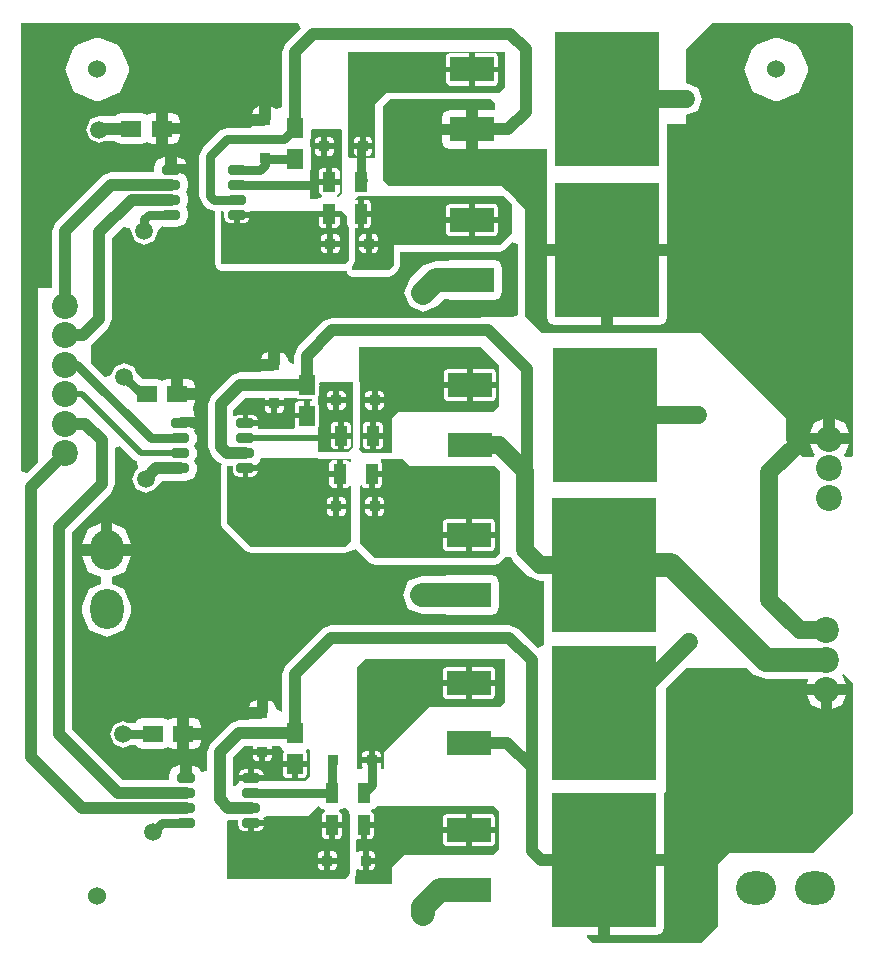
<source format=gtl>
G04 Layer_Physical_Order=1*
G04 Layer_Color=255*
%FSLAX44Y44*%
%MOMM*%
G71*
G01*
G75*
%ADD10R,1.7500X1.3500*%
%ADD11R,1.3500X1.7500*%
%ADD12R,0.9500X0.9500*%
G04:AMPARAMS|DCode=13|XSize=0.802mm|YSize=1.505mm|CornerRadius=0.2005mm|HoleSize=0mm|Usage=FLASHONLY|Rotation=90.000|XOffset=0mm|YOffset=0mm|HoleType=Round|Shape=RoundedRectangle|*
%AMROUNDEDRECTD13*
21,1,0.8020,1.1040,0,0,90.0*
21,1,0.4010,1.5050,0,0,90.0*
1,1,0.4010,0.5520,0.2005*
1,1,0.4010,0.5520,-0.2005*
1,1,0.4010,-0.5520,-0.2005*
1,1,0.4010,-0.5520,0.2005*
%
%ADD13ROUNDEDRECTD13*%
%ADD14R,0.9500X0.9500*%
%ADD15R,1.1000X1.7000*%
%ADD16R,8.8900X11.4300*%
%ADD17R,3.8100X2.0800*%
%ADD18C,0.7500*%
%ADD19C,1.0000*%
%ADD20C,2.0000*%
%ADD21C,1.5000*%
%ADD22C,0.5000*%
%ADD23O,3.4000X2.8000*%
%ADD24O,2.8000X3.4000*%
%ADD25C,2.2000*%
%ADD26C,1.5240*%
%ADD27C,1.5000*%
G36*
X243454Y471954D02*
X245750Y471003D01*
X256588D01*
Y468997D01*
X255000D01*
Y457000D01*
X252500D01*
Y454500D01*
X242503D01*
Y448250D01*
X242984Y447088D01*
X242136Y445818D01*
X211633D01*
X210927Y446874D01*
X211352Y447900D01*
X200620D01*
Y450400D01*
X198120D01*
Y457822D01*
X195100D01*
X191269Y456236D01*
X191246Y456178D01*
X190000Y456426D01*
Y461693D01*
X200483Y472176D01*
X216945D01*
X217003Y472090D01*
Y469840D01*
X225000D01*
X232997D01*
Y472090D01*
X233055Y472176D01*
X243362D01*
X243454Y471954D01*
D02*
G37*
G36*
X420000Y214000D02*
X416000Y210000D01*
X356000D01*
X318000Y172000D01*
X318000Y158000D01*
X315708D01*
X315003Y159056D01*
X315497Y160250D01*
Y162500D01*
X307500D01*
X299503D01*
Y160250D01*
X299997Y159056D01*
X299292Y158000D01*
X295000D01*
X295000Y244000D01*
X302000Y251000D01*
X420000D01*
Y214000D01*
D02*
G37*
G36*
X263908Y124408D02*
X267756Y122814D01*
Y121439D01*
X266204Y120796D01*
X265253Y118500D01*
Y112500D01*
X274000D01*
Y110000D01*
D01*
Y112500D01*
X282747D01*
Y118500D01*
X281796Y120796D01*
X280244Y121439D01*
Y122814D01*
X284092Y124408D01*
X284094Y124412D01*
X285340Y124660D01*
X288706Y121294D01*
Y120634D01*
X289000Y119924D01*
Y97561D01*
Y87663D01*
Y72337D01*
X289000Y72337D01*
X289000D01*
Y70076D01*
X288239Y68239D01*
X285000Y65000D01*
X185000D01*
Y113508D01*
X186000Y114176D01*
X194683D01*
Y110295D01*
X196269Y106464D01*
X200100Y104878D01*
X203120D01*
Y112300D01*
X205620D01*
Y114176D01*
X205993Y114330D01*
X211140D01*
X212275Y114800D01*
X216352D01*
X215755Y116242D01*
X217267Y116868D01*
X217736Y118000D01*
X254000Y118000D01*
X262000Y126000D01*
X263248D01*
X263908Y124408D01*
D02*
G37*
G36*
X340000Y414000D02*
X412000D01*
X416000Y410000D01*
Y340000D01*
X412000Y336000D01*
X310000D01*
X298000Y348000D01*
Y397499D01*
X299270Y397752D01*
X299704Y396704D01*
X302000Y395753D01*
X305000D01*
Y407500D01*
X307500D01*
Y410000D01*
X316247D01*
Y416000D01*
X315296Y418296D01*
X315136Y419737D01*
X315183Y419784D01*
X315771Y420000D01*
X334000D01*
X340000Y414000D01*
D02*
G37*
G36*
X415000Y122000D02*
Y90000D01*
X410000Y85000D01*
X335000D01*
X325000Y75000D01*
Y60000D01*
X293000D01*
Y65929D01*
X293239Y66168D01*
X294000Y68005D01*
Y69082D01*
X294412Y70076D01*
Y72337D01*
X294412Y72337D01*
X295682Y72859D01*
X297750Y72003D01*
X300000D01*
Y80000D01*
Y87997D01*
X297750D01*
X295682Y87141D01*
X294412Y87663D01*
Y97329D01*
X295079Y98006D01*
X295468Y98266D01*
X295500Y98253D01*
X298500D01*
Y110000D01*
X301000D01*
Y112500D01*
X309747D01*
Y118500D01*
X308796Y120796D01*
X307244Y121439D01*
Y122814D01*
X311092Y124408D01*
X311752Y126000D01*
X411000D01*
X415000Y122000D01*
D02*
G37*
G36*
X426000Y636000D02*
Y611000D01*
X416000Y601000D01*
X326000D01*
Y584000D01*
X322000Y580000D01*
X291000D01*
Y583346D01*
X291827Y584173D01*
X293412Y588000D01*
X293412Y588000D01*
Y615753D01*
X296000D01*
Y627500D01*
Y639247D01*
X294043D01*
X293517Y640517D01*
X296000Y643000D01*
X419000D01*
X426000Y636000D01*
D02*
G37*
G36*
X714588Y786412D02*
Y423588D01*
X713000Y422000D01*
X708383D01*
X707449Y424256D01*
X708011Y424489D01*
X711330Y432500D01*
X695000D01*
X678670D01*
X681989Y424489D01*
X682551Y424256D01*
X681617Y422000D01*
X672000D01*
X658000Y436000D01*
Y455000D01*
X586000Y527000D01*
X451000D01*
X437000Y541000D01*
Y632000D01*
X430289Y638711D01*
X429827Y639827D01*
X429827Y639827D01*
X422827Y646827D01*
X421711Y647289D01*
X418000Y651000D01*
X322000D01*
X317000Y656000D01*
Y719000D01*
X322588Y724588D01*
X408412D01*
X412000Y721000D01*
Y716395D01*
X411550Y716094D01*
X397500D01*
Y699200D01*
Y682306D01*
X408873D01*
X409000Y682000D01*
X409306Y682306D01*
X455756D01*
Y667450D01*
Y654250D01*
Y645000D01*
Y602100D01*
X506700D01*
X557644D01*
Y654250D01*
Y659644D01*
Y667450D01*
Y704000D01*
X574000D01*
Y711236D01*
X583167Y715033D01*
X583567Y715433D01*
X587530Y725000D01*
X583567Y734567D01*
X574000Y738530D01*
Y767000D01*
X596588Y789588D01*
X711412D01*
X714588Y786412D01*
D02*
G37*
G36*
X231158Y174658D02*
X232748Y173999D01*
X233202Y172437D01*
X232503Y170750D01*
Y164500D01*
X242500D01*
X252497D01*
Y170750D01*
X251798Y172437D01*
X252252Y173999D01*
X253730Y174611D01*
X255000Y174156D01*
Y151000D01*
X251171Y147171D01*
X217193D01*
X216706Y147900D01*
X212275D01*
X211140Y148370D01*
X205620D01*
X200100D01*
X198965Y147900D01*
X194888D01*
X195485Y146458D01*
X193973Y145832D01*
X192800Y143000D01*
X190000D01*
Y167693D01*
X199483Y177176D01*
X206945D01*
X207003Y177090D01*
Y174840D01*
X215000D01*
X222997D01*
Y177090D01*
X223055Y177176D01*
X230115D01*
X231158Y174658D01*
D02*
G37*
G36*
X280929Y699998D02*
X281685Y699685D01*
X282000Y698923D01*
Y676588D01*
X282000Y676588D01*
X282000Y676588D01*
Y645000D01*
X278892Y641892D01*
X277744Y642367D01*
Y643561D01*
X279296Y644204D01*
X280247Y646500D01*
Y652500D01*
X271500D01*
X262753D01*
Y646500D01*
X263704Y644204D01*
X265256Y643561D01*
Y642186D01*
X261408Y640592D01*
X261162Y640000D01*
X255000D01*
Y663953D01*
X255744Y665750D01*
Y683250D01*
X255000Y685047D01*
Y689953D01*
X255744Y691750D01*
Y698744D01*
X257000Y700000D01*
X280927D01*
X280929Y699998D01*
D02*
G37*
G36*
X286506Y625494D02*
Y619000D01*
X288000Y615392D01*
Y589076D01*
X287239Y587239D01*
X285000Y585000D01*
X180000D01*
Y630000D01*
X181585D01*
X182183Y629105D01*
Y625095D01*
X183769Y621264D01*
X187600Y619678D01*
X190620D01*
Y627100D01*
X193120D01*
Y629130D01*
X198640D01*
X199775Y629600D01*
X204388D01*
X204655Y630000D01*
X262753D01*
Y630000D01*
X271500D01*
X280247D01*
Y630000D01*
X282000D01*
X286506Y625494D01*
D02*
G37*
G36*
X263000Y420588D02*
X263000Y420588D01*
X288000D01*
X288000Y420588D01*
X288730Y420890D01*
X290000Y420346D01*
Y417501D01*
X288730Y417248D01*
X288296Y418296D01*
X286000Y419247D01*
X283000D01*
Y407500D01*
Y395753D01*
X286000D01*
X288296Y396704D01*
X288730Y397752D01*
X290000Y397499D01*
Y351000D01*
X285000Y346000D01*
X205000D01*
X185000Y366000D01*
Y414176D01*
X189683D01*
Y410295D01*
X191269Y406464D01*
X195100Y404878D01*
X198120D01*
Y412300D01*
X200620D01*
Y414176D01*
X200993Y414330D01*
X206140D01*
X207275Y414800D01*
X211352D01*
X210755Y416242D01*
X212267Y416868D01*
X213978Y421000D01*
X262005D01*
X263000Y420588D01*
D02*
G37*
G36*
X415000Y500000D02*
Y465000D01*
X410000Y460000D01*
X330000D01*
X325000Y455000D01*
Y425412D01*
X314501D01*
X313507Y425000D01*
X300000D01*
X297000Y428000D01*
Y429005D01*
X297412Y430000D01*
X297412Y430000D01*
Y485000D01*
X297000Y485995D01*
Y515000D01*
X400000D01*
X415000Y500000D01*
D02*
G37*
G36*
X292000Y430000D02*
X288000Y426000D01*
X263000D01*
X262000Y427000D01*
Y447050D01*
X262497Y448250D01*
Y465750D01*
X262000Y466950D01*
Y473050D01*
X262497Y474250D01*
Y481004D01*
X263324Y483000D01*
X263022Y483730D01*
X263870Y485000D01*
X292000D01*
Y430000D01*
D02*
G37*
G36*
X629520Y238519D02*
X641000Y233764D01*
X676587D01*
X677292Y232708D01*
X676170Y230000D01*
X692500D01*
X708830D01*
X705736Y237467D01*
X706813Y238187D01*
X714588Y230412D01*
Y120588D01*
X681000Y87000D01*
X611000D01*
X601000Y77000D01*
Y25000D01*
X586412Y10412D01*
X494588D01*
X489514Y15486D01*
X490040Y16756D01*
X499200D01*
Y80400D01*
X504200D01*
Y85400D01*
X555144D01*
Y137550D01*
X555445Y138000D01*
X557000D01*
Y226000D01*
X574000Y243000D01*
X625039D01*
X629520Y238519D01*
D02*
G37*
G36*
X420000Y735000D02*
X415000Y730000D01*
X408412D01*
X408412Y730000D01*
X408412Y730000D01*
X320000D01*
X310000Y720000D01*
Y675000D01*
X289000Y675000D01*
X287412Y676588D01*
X287412Y677858D01*
Y765000D01*
X420000D01*
Y735000D01*
D02*
G37*
G36*
X247281Y784588D02*
X234846Y772154D01*
X231676Y764500D01*
Y718238D01*
X226842Y716842D01*
X222500Y718641D01*
Y707500D01*
X217500D01*
Y702500D01*
X206089D01*
X204733Y700471D01*
X185000D01*
X185000Y700471D01*
X178303Y697697D01*
X164303Y683697D01*
X161529Y677000D01*
X161529Y677000D01*
Y643000D01*
X161529Y643000D01*
X164303Y636303D01*
X167503Y633103D01*
X167503Y633103D01*
X174200Y630329D01*
X174368D01*
X174588Y630000D01*
Y585000D01*
X176173Y581173D01*
X180000Y579588D01*
X285000D01*
X285648Y579856D01*
X287173Y576173D01*
X291000Y574588D01*
X322000D01*
X322000Y574588D01*
X325827Y576173D01*
X325827Y576173D01*
X329827Y580173D01*
X331412Y584000D01*
X331412Y584000D01*
Y595588D01*
X416000D01*
X416000Y595588D01*
X419827Y597173D01*
X419827Y597173D01*
X426588Y603934D01*
X431588Y601863D01*
Y542076D01*
X427067Y540014D01*
X427002Y540000D01*
X400000D01*
X399824Y539824D01*
X274000D01*
X266346Y536654D01*
X244846Y515154D01*
X241676Y507500D01*
Y501363D01*
X241244Y501024D01*
X236244Y503456D01*
Y504750D01*
X234342Y509342D01*
X230000Y511141D01*
Y500000D01*
X225000D01*
Y495000D01*
X213589D01*
X212803Y493824D01*
X196000D01*
X188346Y490654D01*
X172346Y474654D01*
X169176Y467000D01*
Y430000D01*
X172346Y422346D01*
X177346Y417346D01*
X180381Y416090D01*
X179588Y414176D01*
Y366000D01*
X179588Y366000D01*
X181173Y362173D01*
X181173Y362173D01*
X201173Y342173D01*
X205000Y340588D01*
X205000Y340588D01*
X285000D01*
X288827Y342173D01*
X288827Y342173D01*
X289366Y342713D01*
X294173Y344173D01*
X306173Y332173D01*
X310000Y330588D01*
X310000Y330588D01*
X412000D01*
X412000Y330588D01*
X415827Y332173D01*
X415827Y332173D01*
X419827Y336173D01*
X420356Y337452D01*
X425768D01*
X427433Y333433D01*
X440033Y320833D01*
X449600Y316870D01*
X453256D01*
Y279824D01*
X453000Y279568D01*
Y262378D01*
X448000Y260307D01*
X431654Y276654D01*
X424000Y279824D01*
X273000D01*
X265346Y276654D01*
X234846Y246154D01*
X231676Y238500D01*
Y206363D01*
X231244Y206024D01*
X226244Y208457D01*
Y209750D01*
X224342Y214342D01*
X220000Y216141D01*
Y205000D01*
X215000D01*
Y200000D01*
X203589D01*
X202803Y198824D01*
X195000D01*
X187346Y195654D01*
X171346Y179654D01*
X168176Y172000D01*
Y155834D01*
X163176Y154840D01*
X161647Y158532D01*
X155520Y161070D01*
X155000D01*
Y150400D01*
X145000D01*
Y161070D01*
X144480D01*
X138353Y158532D01*
X135815Y152405D01*
Y148524D01*
X96783D01*
X53824Y191483D01*
Y358517D01*
X86654Y391346D01*
X89824Y399000D01*
Y429163D01*
X94443Y431076D01*
X106260Y419260D01*
X108821Y418199D01*
X109994Y412301D01*
X109270Y411577D01*
X107964Y411036D01*
X104635Y403000D01*
X107964Y394964D01*
X116000Y391635D01*
X124036Y394964D01*
X124578Y396270D01*
X129783Y401476D01*
X145000D01*
X145373Y401631D01*
X150520D01*
X156647Y404168D01*
X159185Y410295D01*
Y414305D01*
X157385Y418650D01*
X159185Y422995D01*
Y427005D01*
X157385Y431350D01*
X159185Y435695D01*
Y439705D01*
X157385Y444050D01*
X157944Y445400D01*
X156826D01*
X156647Y445832D01*
X150520Y448370D01*
X145000D01*
Y455400D01*
X157944D01*
X156703Y458395D01*
X156644Y458572D01*
X156342Y463658D01*
X158244Y468250D01*
Y470000D01*
X143000D01*
Y475000D01*
X138000D01*
Y488244D01*
X134250D01*
X130000Y486484D01*
X125750Y488244D01*
X113150D01*
X107930Y493463D01*
X106036Y498036D01*
X98000Y501365D01*
X89964Y498036D01*
X87171Y491294D01*
X82015Y489378D01*
X70000Y501394D01*
Y517076D01*
X70654Y517346D01*
X84654Y531346D01*
X87824Y539000D01*
Y607517D01*
X97152Y616844D01*
X103015Y615637D01*
X103855Y613531D01*
X103635Y613000D01*
X106964Y604964D01*
X115000Y601635D01*
X123036Y604964D01*
X126365Y613000D01*
X128100Y615951D01*
X130020Y617243D01*
X131980Y616431D01*
X143020D01*
X149147Y618968D01*
X151685Y625095D01*
Y629105D01*
X149885Y633450D01*
X151685Y637795D01*
Y641805D01*
X149885Y646150D01*
X151685Y650495D01*
Y654505D01*
X149885Y658850D01*
X150444Y660200D01*
X149326D01*
X149147Y660632D01*
X143020Y663170D01*
X137873D01*
X137500Y663324D01*
Y665200D01*
X132500D01*
Y675870D01*
X131980D01*
X125853Y673332D01*
X123315Y667205D01*
Y663324D01*
X86500D01*
X78846Y660154D01*
X39846Y621154D01*
X36676Y613500D01*
Y565000D01*
X25000D01*
Y417807D01*
X15412Y408219D01*
X10412Y410290D01*
Y789588D01*
X245210D01*
X247281Y784588D01*
D02*
G37*
%LPC*%
G36*
X250000Y468997D02*
X245750D01*
X243454Y468046D01*
X242503Y465750D01*
Y459500D01*
X250000D01*
Y468997D01*
D02*
G37*
G36*
X222500Y464840D02*
X217003D01*
Y462590D01*
X217954Y460294D01*
X220250Y459343D01*
X222500D01*
Y464840D01*
D02*
G37*
G36*
X232997D02*
X227500D01*
Y459343D01*
X229750D01*
X232046Y460294D01*
X232997Y462590D01*
Y464840D01*
D02*
G37*
G36*
X206140Y457822D02*
X203120D01*
Y452900D01*
X211352D01*
X209971Y456236D01*
X206140Y457822D01*
D02*
G37*
G36*
X409050Y244447D02*
X392500D01*
Y233300D01*
X412297D01*
Y241200D01*
X411346Y243496D01*
X409050Y244447D01*
D02*
G37*
G36*
X387500D02*
X370950D01*
X368654Y243496D01*
X367703Y241200D01*
Y233300D01*
X387500D01*
Y244447D01*
D02*
G37*
G36*
X412297Y228300D02*
X392500D01*
Y217153D01*
X409050D01*
X411346Y218104D01*
X412297Y220400D01*
Y228300D01*
D02*
G37*
G36*
X387500D02*
X367703D01*
Y220400D01*
X368654Y218104D01*
X370950Y217153D01*
X387500D01*
Y228300D01*
D02*
G37*
G36*
X312250Y172997D02*
X310000D01*
Y167500D01*
X315497D01*
Y169750D01*
X314546Y172046D01*
X312250Y172997D01*
D02*
G37*
G36*
X305000D02*
X302750D01*
X300454Y172046D01*
X299503Y169750D01*
Y167500D01*
X305000D01*
Y172997D01*
D02*
G37*
G36*
X282747Y107500D02*
X276500D01*
Y98253D01*
X279500D01*
X281796Y99204D01*
X282747Y101500D01*
Y107500D01*
D02*
G37*
G36*
X271500D02*
X265253D01*
Y101500D01*
X266204Y99204D01*
X268500Y98253D01*
X271500D01*
Y107500D01*
D02*
G37*
G36*
X216352Y109800D02*
X208120D01*
Y104878D01*
X211140D01*
X214971Y106464D01*
X216352Y109800D01*
D02*
G37*
G36*
X277837Y77500D02*
X272340D01*
Y72003D01*
X274590D01*
X276886Y72954D01*
X277837Y75250D01*
Y77500D01*
D02*
G37*
G36*
X267340D02*
X261843D01*
Y75250D01*
X262794Y72954D01*
X265090Y72003D01*
X267340D01*
Y77500D01*
D02*
G37*
G36*
X274590Y87997D02*
X272340D01*
Y82500D01*
X277837D01*
Y84750D01*
X276886Y87046D01*
X274590Y87997D01*
D02*
G37*
G36*
X267340D02*
X265090D01*
X262794Y87046D01*
X261843Y84750D01*
Y82500D01*
X267340D01*
Y87997D01*
D02*
G37*
G36*
X409050Y369447D02*
X392500D01*
Y358300D01*
X412297D01*
Y366200D01*
X411346Y368496D01*
X409050Y369447D01*
D02*
G37*
G36*
X387500D02*
X370950D01*
X368654Y368496D01*
X367703Y366200D01*
Y358300D01*
X387500D01*
Y369447D01*
D02*
G37*
G36*
X412297Y353300D02*
X392500D01*
Y342153D01*
X409050D01*
X411346Y343104D01*
X412297Y345400D01*
Y353300D01*
D02*
G37*
G36*
X387500D02*
X367703D01*
Y345400D01*
X368654Y343104D01*
X370950Y342153D01*
X387500D01*
Y353300D01*
D02*
G37*
G36*
X314910Y387997D02*
X312660D01*
Y382500D01*
X318157D01*
Y384750D01*
X317206Y387046D01*
X314910Y387997D01*
D02*
G37*
G36*
X316247Y405000D02*
X310000D01*
Y395753D01*
X313000D01*
X315296Y396704D01*
X316247Y399000D01*
Y405000D01*
D02*
G37*
G36*
X307660Y387997D02*
X305410D01*
X303114Y387046D01*
X302163Y384750D01*
Y382500D01*
X307660D01*
Y387997D01*
D02*
G37*
G36*
X318157Y377500D02*
X312660D01*
Y372003D01*
X314910D01*
X317206Y372954D01*
X318157Y375250D01*
Y377500D01*
D02*
G37*
G36*
X307660D02*
X302163D01*
Y375250D01*
X303114Y372954D01*
X305410Y372003D01*
X307660D01*
Y377500D01*
D02*
G37*
G36*
X412297Y103300D02*
X392500D01*
Y92153D01*
X409050D01*
X411346Y93104D01*
X412297Y95400D01*
Y103300D01*
D02*
G37*
G36*
X309747Y107500D02*
X303500D01*
Y98253D01*
X306500D01*
X308796Y99204D01*
X309747Y101500D01*
Y107500D01*
D02*
G37*
G36*
X409050Y119447D02*
X392500D01*
Y108300D01*
X412297D01*
Y116200D01*
X411346Y118496D01*
X409050Y119447D01*
D02*
G37*
G36*
X387500D02*
X370950D01*
X368654Y118496D01*
X367703Y116200D01*
Y108300D01*
X387500D01*
Y119447D01*
D02*
G37*
G36*
Y103300D02*
X367703D01*
Y95400D01*
X368654Y93104D01*
X370950Y92153D01*
X387500D01*
Y103300D01*
D02*
G37*
G36*
X310497Y77500D02*
X305000D01*
Y72003D01*
X307250D01*
X309546Y72954D01*
X310497Y75250D01*
Y77500D01*
D02*
G37*
G36*
X307250Y87997D02*
X305000D01*
Y82500D01*
X310497D01*
Y84750D01*
X309546Y87046D01*
X307250Y87997D01*
D02*
G37*
G36*
X411550Y636147D02*
X395000D01*
Y625000D01*
X414797D01*
Y632900D01*
X413846Y635196D01*
X411550Y636147D01*
D02*
G37*
G36*
X304000Y639247D02*
X301000D01*
Y630000D01*
X307247D01*
Y636000D01*
X306296Y638296D01*
X304000Y639247D01*
D02*
G37*
G36*
X414797Y620000D02*
X395000D01*
Y608853D01*
X411550D01*
X413846Y609804D01*
X414797Y612100D01*
Y620000D01*
D02*
G37*
G36*
X309910Y610497D02*
X307660D01*
Y605000D01*
X313157D01*
Y607250D01*
X312206Y609546D01*
X309910Y610497D01*
D02*
G37*
G36*
X390000Y620000D02*
X370203D01*
Y612100D01*
X371154Y609804D01*
X373450Y608853D01*
X390000D01*
Y620000D01*
D02*
G37*
G36*
Y636147D02*
X373450D01*
X371154Y635196D01*
X370203Y632900D01*
Y625000D01*
X390000D01*
Y636147D01*
D02*
G37*
G36*
X307247Y625000D02*
X301000D01*
Y615753D01*
X304000D01*
X306296Y616704D01*
X307247Y619000D01*
Y625000D01*
D02*
G37*
G36*
X302660Y600000D02*
X297163D01*
Y597750D01*
X298114Y595454D01*
X300410Y594503D01*
X302660D01*
Y600000D01*
D02*
G37*
G36*
Y610497D02*
X300410D01*
X298114Y609546D01*
X297163Y607250D01*
Y605000D01*
X302660D01*
Y610497D01*
D02*
G37*
G36*
X313157Y600000D02*
X307660D01*
Y594503D01*
X309910D01*
X312206Y595454D01*
X313157Y597750D01*
Y600000D01*
D02*
G37*
G36*
X690000Y453829D02*
X681989Y450511D01*
X678670Y442500D01*
X690000D01*
Y453829D01*
D02*
G37*
G36*
X650000Y777060D02*
X649006Y776648D01*
X647929D01*
X647929Y776648D01*
X632622Y770307D01*
X632622D01*
X631860Y769546D01*
X630866Y769134D01*
X630454Y768140D01*
X629693Y767378D01*
Y767378D01*
X623352Y752071D01*
X623352Y752071D01*
Y750994D01*
X622940Y750000D01*
X623352Y749006D01*
Y747929D01*
X623352Y747929D01*
X629693Y732622D01*
Y732622D01*
X630454Y731860D01*
X630866Y730866D01*
X631860Y730454D01*
X632622Y729693D01*
X632622D01*
X647929Y723352D01*
X647929Y723352D01*
X649006D01*
X650000Y722940D01*
X650994Y723352D01*
X652071D01*
X652071Y723352D01*
X667378Y729693D01*
X667378D01*
X668140Y730454D01*
X669134Y730866D01*
X669546Y731860D01*
X670307Y732622D01*
Y732622D01*
X676648Y747929D01*
X676648Y747929D01*
Y749006D01*
X677060Y750000D01*
X676648Y750994D01*
Y752071D01*
X676648Y752071D01*
X670307Y767378D01*
Y767378D01*
X669546Y768140D01*
X669134Y769134D01*
X668140Y769546D01*
X667378Y770307D01*
X667378D01*
X652071Y776648D01*
X652071Y776648D01*
X650994D01*
X650000Y777060D01*
D02*
G37*
G36*
X387500Y694200D02*
X366956D01*
Y688800D01*
X368858Y684208D01*
X373450Y682306D01*
X387500D01*
Y694200D01*
D02*
G37*
G36*
Y716094D02*
X373450D01*
X368858Y714192D01*
X366956Y709600D01*
Y704200D01*
X387500D01*
Y716094D01*
D02*
G37*
G36*
X700000Y453830D02*
Y442500D01*
X711330D01*
X708011Y450511D01*
X700000Y453830D01*
D02*
G37*
G36*
X501700Y592100D02*
X455756D01*
Y539950D01*
X457658Y535358D01*
X462250Y533456D01*
X501700D01*
Y592100D01*
D02*
G37*
G36*
X557644D02*
X511700D01*
Y533456D01*
X551150D01*
X555742Y535358D01*
X557644Y539950D01*
Y592100D01*
D02*
G37*
G36*
X240000Y159500D02*
X232503D01*
Y153250D01*
X233454Y150954D01*
X235750Y150003D01*
X240000D01*
Y159500D01*
D02*
G37*
G36*
X211140Y157822D02*
X208120D01*
Y152900D01*
X216352D01*
X214971Y156236D01*
X211140Y157822D01*
D02*
G37*
G36*
X203120D02*
X200100D01*
X196269Y156236D01*
X194888Y152900D01*
X203120D01*
Y157822D01*
D02*
G37*
G36*
X252497Y159500D02*
X245000D01*
Y150003D01*
X249250D01*
X251546Y150954D01*
X252497Y153250D01*
Y159500D01*
D02*
G37*
G36*
X212500Y169840D02*
X207003D01*
Y167590D01*
X207954Y165294D01*
X210250Y164343D01*
X212500D01*
Y169840D01*
D02*
G37*
G36*
X222997D02*
X217500D01*
Y164343D01*
X219750D01*
X222046Y165294D01*
X222997Y167590D01*
Y169840D01*
D02*
G37*
G36*
X269000Y666747D02*
X266000D01*
X263704Y665796D01*
X262753Y663500D01*
Y657500D01*
X269000D01*
Y666747D01*
D02*
G37*
G36*
X277000D02*
X274000D01*
Y657500D01*
X280247D01*
Y663500D01*
X279296Y665796D01*
X277000Y666747D01*
D02*
G37*
G36*
X275497Y682500D02*
X270000D01*
Y677003D01*
X272250D01*
X274546Y677954D01*
X275497Y680250D01*
Y682500D01*
D02*
G37*
G36*
X265000D02*
X259503D01*
Y680250D01*
X260454Y677954D01*
X262750Y677003D01*
X265000D01*
Y682500D01*
D02*
G37*
G36*
Y692997D02*
X262750D01*
X260454Y692046D01*
X259503Y689750D01*
Y687500D01*
X265000D01*
Y692997D01*
D02*
G37*
G36*
X272250D02*
X270000D01*
Y687500D01*
X275497D01*
Y689750D01*
X274546Y692046D01*
X272250Y692997D01*
D02*
G37*
G36*
X269000Y625000D02*
X262753D01*
Y619000D01*
X263704Y616704D01*
X266000Y615753D01*
X269000D01*
Y625000D01*
D02*
G37*
G36*
X203852Y624600D02*
X195620D01*
Y619678D01*
X198640D01*
X202471Y621264D01*
X203852Y624600D01*
D02*
G37*
G36*
X280247Y625000D02*
X274000D01*
Y615753D01*
X277000D01*
X279296Y616704D01*
X280247Y619000D01*
Y625000D01*
D02*
G37*
G36*
X280497Y600000D02*
X275000D01*
Y594503D01*
X277250D01*
X279546Y595454D01*
X280497Y597750D01*
Y600000D01*
D02*
G37*
G36*
X270000D02*
X264503D01*
Y597750D01*
X265454Y595454D01*
X267750Y594503D01*
X270000D01*
Y600000D01*
D02*
G37*
G36*
X277250Y610497D02*
X275000D01*
Y605000D01*
X280497D01*
Y607250D01*
X279546Y609546D01*
X277250Y610497D01*
D02*
G37*
G36*
X270000D02*
X267750D01*
X265454Y609546D01*
X264503Y607250D01*
Y605000D01*
X270000D01*
Y610497D01*
D02*
G37*
G36*
X275000Y377500D02*
X269503D01*
Y375250D01*
X270454Y372954D01*
X272750Y372003D01*
X275000D01*
Y377500D01*
D02*
G37*
G36*
X278000Y405000D02*
X271753D01*
Y399000D01*
X272704Y396704D01*
X275000Y395753D01*
X278000D01*
Y405000D01*
D02*
G37*
G36*
X282250Y387997D02*
X280000D01*
Y382500D01*
X285497D01*
Y384750D01*
X284546Y387046D01*
X282250Y387997D01*
D02*
G37*
G36*
X278000Y419247D02*
X275000D01*
X272704Y418296D01*
X271753Y416000D01*
Y410000D01*
X278000D01*
Y419247D01*
D02*
G37*
G36*
X211352Y409800D02*
X203120D01*
Y404878D01*
X206140D01*
X209971Y406464D01*
X211352Y409800D01*
D02*
G37*
G36*
X275000Y387997D02*
X272750D01*
X270454Y387046D01*
X269503Y384750D01*
Y382500D01*
X275000D01*
Y387997D01*
D02*
G37*
G36*
X285497Y377500D02*
X280000D01*
Y372003D01*
X282250D01*
X284546Y372954D01*
X285497Y375250D01*
Y377500D01*
D02*
G37*
G36*
X306000Y437500D02*
X299753D01*
Y431500D01*
X300704Y429204D01*
X303000Y428253D01*
X306000D01*
Y437500D01*
D02*
G37*
G36*
X317247D02*
X311000D01*
Y428253D01*
X314000D01*
X316296Y429204D01*
X317247Y431500D01*
Y437500D01*
D02*
G37*
G36*
X307500Y467500D02*
X302003D01*
Y465250D01*
X302954Y462954D01*
X305250Y462003D01*
X307500D01*
Y467500D01*
D02*
G37*
G36*
X413097Y480400D02*
X393300D01*
Y469253D01*
X409850D01*
X412146Y470204D01*
X413097Y472500D01*
Y480400D01*
D02*
G37*
G36*
X307500Y477997D02*
X305250D01*
X302954Y477046D01*
X302003Y474750D01*
Y472500D01*
X307500D01*
Y477997D01*
D02*
G37*
G36*
X317997Y467500D02*
X312500D01*
Y462003D01*
X314750D01*
X317046Y462954D01*
X317997Y465250D01*
Y467500D01*
D02*
G37*
G36*
X388300Y480400D02*
X368503D01*
Y472500D01*
X369454Y470204D01*
X371750Y469253D01*
X388300D01*
Y480400D01*
D02*
G37*
G36*
X306000Y451747D02*
X303000D01*
X300704Y450796D01*
X299753Y448500D01*
Y442500D01*
X306000D01*
Y451747D01*
D02*
G37*
G36*
X314000D02*
X311000D01*
Y442500D01*
X317247D01*
Y448500D01*
X316296Y450796D01*
X314000Y451747D01*
D02*
G37*
G36*
X388300Y496547D02*
X371750D01*
X369454Y495596D01*
X368503Y493300D01*
Y485400D01*
X388300D01*
Y496547D01*
D02*
G37*
G36*
X314750Y477997D02*
X312500D01*
Y472500D01*
X317997D01*
Y474750D01*
X317046Y477046D01*
X314750Y477997D01*
D02*
G37*
G36*
X409850Y496547D02*
X393300D01*
Y485400D01*
X413097D01*
Y493300D01*
X412146Y495596D01*
X409850Y496547D01*
D02*
G37*
G36*
X279000Y437500D02*
X272753D01*
Y431500D01*
X273704Y429204D01*
X276000Y428253D01*
X279000D01*
Y437500D01*
D02*
G37*
G36*
X290247D02*
X284000D01*
Y428253D01*
X287000D01*
X289296Y429204D01*
X290247Y431500D01*
Y437500D01*
D02*
G37*
G36*
X285337Y467500D02*
X279840D01*
Y462003D01*
X282090D01*
X284386Y462954D01*
X285337Y465250D01*
Y467500D01*
D02*
G37*
G36*
X274840D02*
X269343D01*
Y465250D01*
X270294Y462954D01*
X272590Y462003D01*
X274840D01*
Y467500D01*
D02*
G37*
G36*
X287000Y451747D02*
X284000D01*
Y442500D01*
X290247D01*
Y448500D01*
X289296Y450796D01*
X287000Y451747D01*
D02*
G37*
G36*
X279000D02*
X276000D01*
X273704Y450796D01*
X272753Y448500D01*
Y442500D01*
X279000D01*
Y451747D01*
D02*
G37*
G36*
X274840Y477997D02*
X272590D01*
X270294Y477046D01*
X269343Y474750D01*
Y472500D01*
X274840D01*
Y477997D01*
D02*
G37*
G36*
X282090D02*
X279840D01*
Y472500D01*
X285337D01*
Y474750D01*
X284386Y477046D01*
X282090Y477997D01*
D02*
G37*
G36*
X555144Y75400D02*
X509200D01*
Y16756D01*
X548650D01*
X553242Y18658D01*
X555144Y23250D01*
Y75400D01*
D02*
G37*
G36*
X687500Y220000D02*
X676170D01*
X679489Y211989D01*
X687500Y208670D01*
Y220000D01*
D02*
G37*
G36*
X708830D02*
X697500D01*
Y208670D01*
X705511Y211989D01*
X708830Y220000D01*
D02*
G37*
G36*
X297660Y682500D02*
X292163D01*
Y680250D01*
X293114Y677954D01*
X295410Y677003D01*
X297660D01*
Y682500D01*
D02*
G37*
G36*
X308157D02*
X302660D01*
Y677003D01*
X304910D01*
X307206Y677954D01*
X308157Y680250D01*
Y682500D01*
D02*
G37*
G36*
X390000Y747500D02*
X370203D01*
Y739600D01*
X371154Y737304D01*
X373450Y736353D01*
X390000D01*
Y747500D01*
D02*
G37*
G36*
X414797D02*
X395000D01*
Y736353D01*
X411550D01*
X413846Y737304D01*
X414797Y739600D01*
Y747500D01*
D02*
G37*
G36*
X390000Y763647D02*
X373450D01*
X371154Y762696D01*
X370203Y760400D01*
Y752500D01*
X390000D01*
Y763647D01*
D02*
G37*
G36*
X411550D02*
X395000D01*
Y752500D01*
X414797D01*
Y760400D01*
X413846Y762696D01*
X411550Y763647D01*
D02*
G37*
G36*
X297660Y692997D02*
X295410D01*
X293114Y692046D01*
X292163Y689750D01*
Y687500D01*
X297660D01*
Y692997D01*
D02*
G37*
G36*
X304910D02*
X302660D01*
Y687500D01*
X308157D01*
Y689750D01*
X307206Y692046D01*
X304910Y692997D01*
D02*
G37*
G36*
X88000Y365577D02*
Y348000D01*
X103819D01*
X98307Y361307D01*
X88000Y365577D01*
D02*
G37*
G36*
X78000Y365577D02*
X67693Y361307D01*
X62181Y348000D01*
X78000D01*
Y365577D01*
D02*
G37*
G36*
X409050Y321894D02*
X370950D01*
X369360Y321236D01*
X350000D01*
X338520Y316481D01*
X333764Y305000D01*
X338520Y293519D01*
X350000Y288764D01*
X369360D01*
X370950Y288106D01*
X409050D01*
X413642Y290008D01*
X415544Y294600D01*
Y315400D01*
X413642Y319992D01*
X409050Y321894D01*
D02*
G37*
G36*
X103819Y338000D02*
X83000D01*
X62181D01*
X67693Y324693D01*
X78624Y320165D01*
Y314753D01*
X68458Y310542D01*
X62435Y296000D01*
Y290000D01*
X68458Y275458D01*
X83000Y269435D01*
X97542Y275458D01*
X103566Y290000D01*
Y296000D01*
X97542Y310542D01*
X87376Y314753D01*
Y320165D01*
X98307Y324693D01*
X103819Y338000D01*
D02*
G37*
G36*
X143000Y200744D02*
X139250D01*
X135000Y198984D01*
X130750Y200744D01*
X113250D01*
X108658Y198842D01*
X107883Y196971D01*
X100366D01*
X97000Y198365D01*
X88964Y195036D01*
X85635Y187000D01*
X88964Y178964D01*
X97000Y175635D01*
X102780Y178029D01*
X107883D01*
X108658Y176158D01*
X113250Y174256D01*
X130750D01*
X135000Y176016D01*
X139250Y174256D01*
X143000D01*
Y187500D01*
Y200744D01*
D02*
G37*
G36*
X156750D02*
X153000D01*
Y192500D01*
X163244D01*
Y194250D01*
X161342Y198842D01*
X156750Y200744D01*
D02*
G37*
G36*
X210000Y216141D02*
X205658Y214342D01*
X203859Y210000D01*
X210000D01*
Y216141D01*
D02*
G37*
G36*
X163244Y182500D02*
X153000D01*
Y174256D01*
X156750D01*
X161342Y176158D01*
X163244Y180750D01*
Y182500D01*
D02*
G37*
G36*
X143020Y675870D02*
X142500D01*
Y670200D01*
X150444D01*
X149147Y673332D01*
X143020Y675870D01*
D02*
G37*
G36*
X125000Y713244D02*
X121250D01*
X117000Y711484D01*
X112750Y713244D01*
X95250D01*
X90658Y711342D01*
X90443Y710824D01*
X77000D01*
X69346Y707654D01*
X69117Y707100D01*
X68964Y707036D01*
X65635Y699000D01*
X68964Y690964D01*
X77000Y687635D01*
X80721Y689176D01*
X90443D01*
X90658Y688658D01*
X95250Y686756D01*
X112750D01*
X117000Y688516D01*
X121250Y686756D01*
X125000D01*
Y700000D01*
Y713244D01*
D02*
G37*
G36*
X212500Y718641D02*
X208158Y716842D01*
X206359Y712500D01*
X212500D01*
Y718641D01*
D02*
G37*
G36*
X75000Y777060D02*
X74006Y776648D01*
X72929D01*
X72929Y776648D01*
X57622Y770307D01*
X57622Y770307D01*
X56860Y769546D01*
X55866Y769134D01*
X55454Y768140D01*
X54693Y767378D01*
X54693Y767378D01*
X48352Y752071D01*
X48352Y752071D01*
Y750994D01*
X47940Y750000D01*
X48352Y749006D01*
Y747929D01*
X48352Y747929D01*
X54693Y732622D01*
X54693Y732622D01*
X55454Y731860D01*
X55866Y730866D01*
X56860Y730454D01*
X57622Y729693D01*
X57622Y729693D01*
X72929Y723352D01*
X72929Y723352D01*
X74006D01*
X75000Y722940D01*
X75994Y723352D01*
X77071D01*
X77071Y723352D01*
X92378Y729693D01*
X92378Y729693D01*
X93140Y730454D01*
X94134Y730866D01*
X94546Y731860D01*
X95307Y732622D01*
X95307Y732622D01*
X101648Y747929D01*
X101648Y747929D01*
Y749006D01*
X102060Y750000D01*
X101648Y750994D01*
Y752071D01*
X101648Y752071D01*
X95307Y767378D01*
X95307Y767378D01*
X94546Y768140D01*
X94134Y769134D01*
X93140Y769546D01*
X92378Y770307D01*
X92378Y770307D01*
X77071Y776648D01*
X77071Y776648D01*
X75994D01*
X75000Y777060D01*
D02*
G37*
G36*
X145244Y695000D02*
X135000D01*
Y686756D01*
X138750D01*
X143342Y688658D01*
X145244Y693250D01*
Y695000D01*
D02*
G37*
G36*
X138750Y713244D02*
X135000D01*
Y705000D01*
X145244D01*
Y706750D01*
X143342Y711342D01*
X138750Y713244D01*
D02*
G37*
G36*
X411550Y588594D02*
X373450D01*
X371860Y587936D01*
X361700D01*
X350219Y583181D01*
X339520Y572481D01*
X334764Y561000D01*
X339520Y549520D01*
X351000Y544764D01*
X362481Y549520D01*
X368425Y555464D01*
X371860D01*
X373450Y554806D01*
X411550D01*
X416142Y556708D01*
X418044Y561300D01*
Y582100D01*
X416142Y586692D01*
X411550Y588594D01*
D02*
G37*
G36*
X151750Y488244D02*
X148000D01*
Y480000D01*
X158244D01*
Y481750D01*
X156342Y486342D01*
X151750Y488244D01*
D02*
G37*
G36*
X220000Y511141D02*
X215658Y509342D01*
X213859Y505000D01*
X220000D01*
Y511141D01*
D02*
G37*
%LPD*%
D10*
X143000Y475000D02*
D03*
X117000D02*
D03*
X148000Y187500D02*
D03*
X122000D02*
D03*
X130000Y700000D02*
D03*
X104000D02*
D03*
D11*
X242500Y162000D02*
D03*
Y188000D02*
D03*
Y674500D02*
D03*
Y700500D02*
D03*
X252500Y457000D02*
D03*
Y483000D02*
D03*
D12*
X307500Y165000D02*
D03*
X274840D02*
D03*
X300160Y685000D02*
D03*
X267500D02*
D03*
X305160Y602500D02*
D03*
X272500D02*
D03*
X310000Y470000D02*
D03*
X277340D02*
D03*
X310160Y380000D02*
D03*
X277500D02*
D03*
X302500Y80000D02*
D03*
X269840D02*
D03*
D13*
X200620Y450400D02*
D03*
Y437700D02*
D03*
Y412300D02*
D03*
Y425000D02*
D03*
X145000D02*
D03*
Y412300D02*
D03*
Y437700D02*
D03*
Y450400D02*
D03*
X205620Y150400D02*
D03*
Y137700D02*
D03*
Y112300D02*
D03*
Y125000D02*
D03*
X150000D02*
D03*
Y112300D02*
D03*
Y137700D02*
D03*
Y150400D02*
D03*
X193120Y665200D02*
D03*
Y652500D02*
D03*
Y627100D02*
D03*
Y639800D02*
D03*
X137500D02*
D03*
Y627100D02*
D03*
Y652500D02*
D03*
Y665200D02*
D03*
D14*
X217500Y707500D02*
D03*
Y674840D02*
D03*
X225000Y500000D02*
D03*
Y467340D02*
D03*
X215000Y205000D02*
D03*
Y172340D02*
D03*
D15*
X298500Y655000D02*
D03*
X271500D02*
D03*
X298500Y627500D02*
D03*
X271500D02*
D03*
X307500Y407500D02*
D03*
X280500D02*
D03*
X308500Y440000D02*
D03*
X281500D02*
D03*
X301000Y137500D02*
D03*
X274000D02*
D03*
X301000Y110000D02*
D03*
X274000D02*
D03*
D16*
X506700Y724600D02*
D03*
Y597100D02*
D03*
X505000Y457500D02*
D03*
X504200Y330400D02*
D03*
Y205400D02*
D03*
Y80400D02*
D03*
D17*
X392500Y750000D02*
D03*
Y699200D02*
D03*
Y622500D02*
D03*
Y571700D02*
D03*
X390800Y482900D02*
D03*
Y432100D02*
D03*
X390000Y355800D02*
D03*
Y305000D02*
D03*
Y230800D02*
D03*
Y180000D02*
D03*
Y105800D02*
D03*
Y55000D02*
D03*
D18*
X98000Y490000D02*
X113000Y475000D01*
X117000D01*
X171000Y677000D02*
X185000Y691000D01*
X171000Y643000D02*
Y677000D01*
Y643000D02*
X174200Y639800D01*
X122000Y104000D02*
X130300Y112300D01*
X150000D01*
X97000Y187000D02*
X97500Y187500D01*
X122000D01*
X115000Y613000D02*
Y623000D01*
X119100Y627100D01*
X137500D01*
X174200Y639800D02*
X193120D01*
X185000Y691000D02*
X233000D01*
X242500Y700500D01*
X193120Y652500D02*
X258000D01*
X217840Y674500D02*
X242500D01*
X217500Y674840D02*
X217840Y674500D01*
X193120Y665200D02*
X213200D01*
X217500Y669500D01*
Y674840D01*
X298500Y655000D02*
X300160Y656660D01*
X205620Y137700D02*
X273800D01*
X274000Y137500D01*
Y164160D01*
X274840Y165000D01*
X301000Y137500D02*
X307500Y144000D01*
Y165000D01*
X120300Y437700D02*
X145000D01*
X58000Y500000D02*
X120300Y437700D01*
X47500Y500000D02*
X58000D01*
X298500Y655000D02*
Y683340D01*
X300160Y685000D01*
D19*
X180000Y467000D02*
X196000Y483000D01*
X180000Y430000D02*
Y467000D01*
Y430000D02*
X185000Y425000D01*
X77000Y699000D02*
Y700000D01*
X116000Y403000D02*
X125300Y412300D01*
X145000D01*
X443000Y159000D02*
Y250000D01*
Y88000D02*
Y159000D01*
X422000Y180000D02*
X443000Y159000D01*
X390000Y180000D02*
X422000D01*
X450600Y80400D02*
X504200D01*
X443000Y88000D02*
X450600Y80400D01*
X424000Y269000D02*
X443000Y250000D01*
X437000Y410000D02*
X439000Y412000D01*
Y496000D01*
X406000Y529000D02*
X439000Y496000D01*
X196000Y483000D02*
X252500D01*
X185000Y425000D02*
X200620D01*
X242500Y700500D02*
Y764500D01*
X258000Y780000D01*
X425000D01*
X438000Y767000D01*
Y714000D02*
Y767000D01*
X423200Y699200D02*
X438000Y714000D01*
X392500Y699200D02*
X423200D01*
X252500Y483000D02*
Y507500D01*
X274000Y529000D01*
X406000D01*
X47500Y550000D02*
Y613500D01*
X86500Y652500D01*
X137500D01*
X47500Y525000D02*
X63000D01*
X77000Y539000D01*
Y612000D01*
X104800Y639800D01*
X137500D01*
X62000Y125000D02*
X150000D01*
X19000Y168000D02*
X62000Y125000D01*
X19000Y168000D02*
Y396500D01*
X47500Y425000D01*
Y450000D02*
X65000D01*
X79000Y436000D01*
Y399000D02*
Y436000D01*
X43000Y363000D02*
X79000Y399000D01*
X43000Y187000D02*
Y363000D01*
Y187000D02*
X92300Y137700D01*
X150000D01*
X186000Y125000D02*
X205620D01*
X179000Y132000D02*
X186000Y125000D01*
X179000Y132000D02*
Y172000D01*
X195000Y188000D01*
X242500D01*
Y238500D01*
X273000Y269000D01*
X424000D01*
X77000Y700000D02*
X104000D01*
D20*
X350000Y305000D02*
X390000D01*
X351000Y561000D02*
X361700Y571700D01*
X392500D01*
X365000Y55000D02*
X390000D01*
X351000Y41000D02*
X365000Y55000D01*
X351000Y35000D02*
Y41000D01*
X641000Y250000D02*
X685144D01*
X560600Y330400D02*
X641000Y250000D01*
X504200Y330400D02*
X560600D01*
D21*
X516400Y205400D02*
X576000Y265000D01*
X504200Y205400D02*
X516400D01*
X573600Y724600D02*
X574000Y725000D01*
X506700Y724600D02*
X573600D01*
X505000Y457500D02*
X583500D01*
X644000Y301000D02*
Y409000D01*
Y301000D02*
X670000Y275000D01*
X692500D01*
X449600Y330400D02*
X504200D01*
X437000Y343000D02*
X449600Y330400D01*
X437000Y343000D02*
Y410000D01*
X414900Y432100D02*
X437000Y410000D01*
X390800Y432100D02*
X414900D01*
X644000Y409000D02*
X670000Y435000D01*
D22*
X200620Y437700D02*
X264700D01*
X265000Y438000D01*
X112000Y425000D02*
X145000D01*
X62000Y475000D02*
X112000Y425000D01*
X47500Y475000D02*
X62000D01*
D23*
X632500Y56940D02*
D03*
X682500D02*
D03*
D24*
X83000Y343000D02*
D03*
Y293000D02*
D03*
D25*
X47500Y500000D02*
D03*
Y525000D02*
D03*
Y550000D02*
D03*
Y475000D02*
D03*
Y450000D02*
D03*
Y425000D02*
D03*
X695000Y437500D02*
D03*
Y412500D02*
D03*
Y387500D02*
D03*
X692500Y225000D02*
D03*
Y250000D02*
D03*
Y275000D02*
D03*
D26*
X75000Y750000D02*
D03*
X650000D02*
D03*
X75000Y50000D02*
D03*
D27*
X98000Y490000D02*
D03*
X122000Y104000D02*
D03*
X97000Y187000D02*
D03*
X115000Y613000D02*
D03*
X77000Y699000D02*
D03*
X116000Y403000D02*
D03*
X350000Y305000D02*
D03*
X351000Y561000D02*
D03*
Y35000D02*
D03*
X576000Y265000D02*
D03*
X583500Y457500D02*
D03*
X574000Y725000D02*
D03*
M02*

</source>
